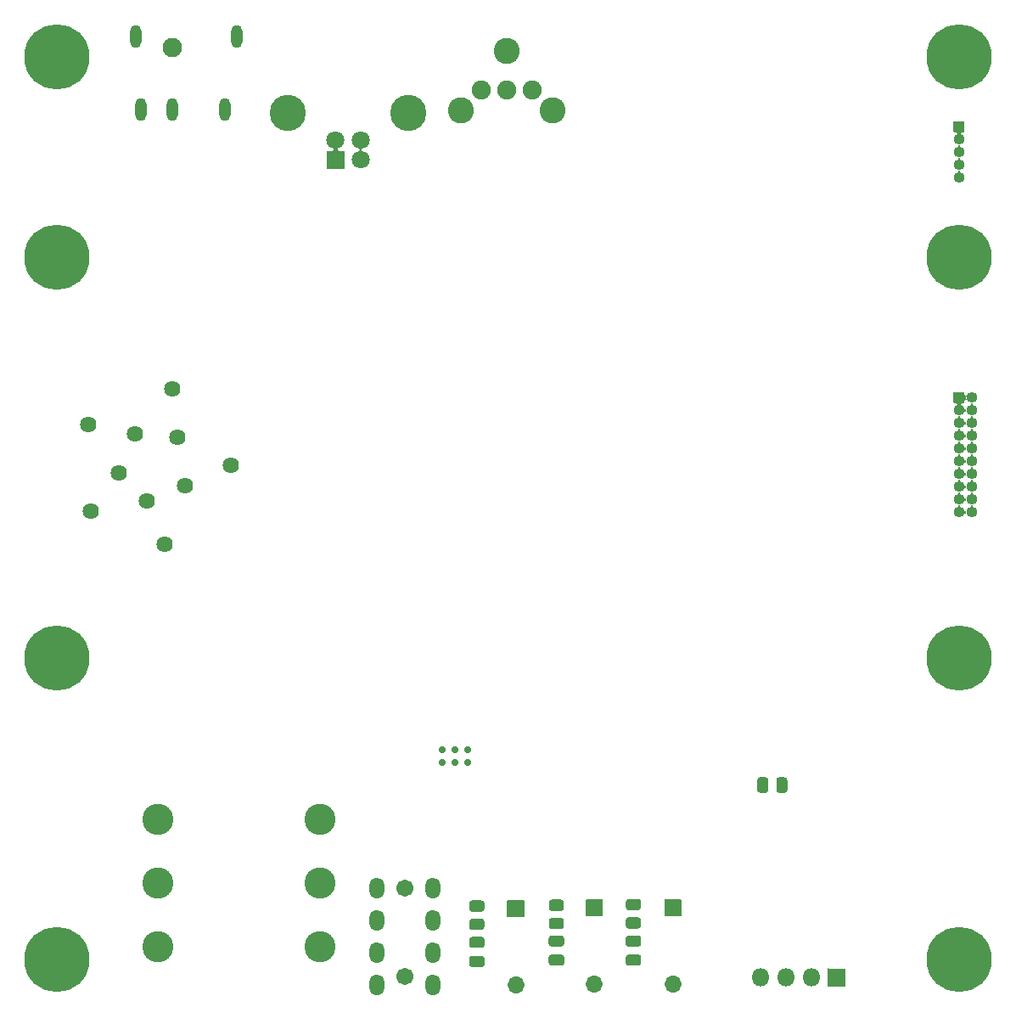
<source format=gbr>
G04 #@! TF.GenerationSoftware,KiCad,Pcbnew,5.1.9*
G04 #@! TF.CreationDate,2021-05-27T16:29:05+08:00*
G04 #@! TF.ProjectId,digital-amplifier2,64696769-7461-46c2-9d61-6d706c696669,rev?*
G04 #@! TF.SameCoordinates,Original*
G04 #@! TF.FileFunction,Soldermask,Bot*
G04 #@! TF.FilePolarity,Negative*
%FSLAX46Y46*%
G04 Gerber Fmt 4.6, Leading zero omitted, Abs format (unit mm)*
G04 Created by KiCad (PCBNEW 5.1.9) date 2021-05-27 16:29:05*
%MOMM*%
%LPD*%
G01*
G04 APERTURE LIST*
%ADD10C,1.626000*%
%ADD11O,1.502000X2.102000*%
%ADD12C,1.702000*%
%ADD13O,1.102000X1.102000*%
%ADD14C,6.502000*%
%ADD15O,1.702000X1.702000*%
%ADD16C,1.902000*%
%ADD17C,2.602000*%
%ADD18O,1.802000X1.802000*%
%ADD19C,3.102000*%
%ADD20C,1.952000*%
%ADD21O,1.102000X2.302000*%
%ADD22C,3.602000*%
%ADD23C,1.802000*%
%ADD24C,0.702000*%
%ADD25C,0.100000*%
G04 APERTURE END LIST*
D10*
X66992500Y-92964000D03*
X72326500Y-95758000D03*
X67754500Y-97790000D03*
X65722500Y-103632000D03*
X63944500Y-99314000D03*
X58356500Y-100330000D03*
X61150500Y-96520000D03*
X58102500Y-91694000D03*
X62801500Y-92583000D03*
X66484500Y-88138000D03*
D11*
X86919500Y-147522000D03*
X86919500Y-144322000D03*
X86919500Y-141122000D03*
X86919500Y-137922000D03*
D12*
X89719500Y-137922000D03*
X89719500Y-146722000D03*
D11*
X92519500Y-144322000D03*
X92519500Y-141122000D03*
X92519500Y-137922000D03*
X92519500Y-147522000D03*
D13*
X145000000Y-67080000D03*
X145000000Y-65810000D03*
X145000000Y-64540000D03*
X145000000Y-63270000D03*
G36*
G01*
X144449000Y-62500000D02*
X144449000Y-61500000D01*
G75*
G02*
X144500000Y-61449000I51000J0D01*
G01*
X145500000Y-61449000D01*
G75*
G02*
X145551000Y-61500000I0J-51000D01*
G01*
X145551000Y-62500000D01*
G75*
G02*
X145500000Y-62551000I-51000J0D01*
G01*
X144500000Y-62551000D01*
G75*
G02*
X144449000Y-62500000I0J51000D01*
G01*
G37*
X146270000Y-100430000D03*
X145000000Y-100430000D03*
X146270000Y-99160000D03*
X145000000Y-99160000D03*
X146270000Y-97890000D03*
X145000000Y-97890000D03*
X146270000Y-96620000D03*
X145000000Y-96620000D03*
X146270000Y-95350000D03*
X145000000Y-95350000D03*
X146270000Y-94080000D03*
X145000000Y-94080000D03*
X146270000Y-92810000D03*
X145000000Y-92810000D03*
X146270000Y-91540000D03*
X145000000Y-91540000D03*
X146270000Y-90270000D03*
X145000000Y-90270000D03*
X146270000Y-89000000D03*
G36*
G01*
X144449000Y-89500000D02*
X144449000Y-88500000D01*
G75*
G02*
X144500000Y-88449000I51000J0D01*
G01*
X145500000Y-88449000D01*
G75*
G02*
X145551000Y-88500000I0J-51000D01*
G01*
X145551000Y-89500000D01*
G75*
G02*
X145500000Y-89551000I-51000J0D01*
G01*
X144500000Y-89551000D01*
G75*
G02*
X144449000Y-89500000I0J51000D01*
G01*
G37*
D14*
X145000000Y-55000000D03*
X145000000Y-145000000D03*
X55000000Y-145000000D03*
X55000000Y-55000000D03*
D15*
X116459000Y-147510500D03*
G36*
G01*
X115659000Y-139039500D02*
X117259000Y-139039500D01*
G75*
G02*
X117310000Y-139090500I0J-51000D01*
G01*
X117310000Y-140690500D01*
G75*
G02*
X117259000Y-140741500I-51000J0D01*
G01*
X115659000Y-140741500D01*
G75*
G02*
X115608000Y-140690500I0J51000D01*
G01*
X115608000Y-139090500D01*
G75*
G02*
X115659000Y-139039500I51000J0D01*
G01*
G37*
X108616750Y-147510500D03*
G36*
G01*
X107816750Y-139039500D02*
X109416750Y-139039500D01*
G75*
G02*
X109467750Y-139090500I0J-51000D01*
G01*
X109467750Y-140690500D01*
G75*
G02*
X109416750Y-140741500I-51000J0D01*
G01*
X107816750Y-140741500D01*
G75*
G02*
X107765750Y-140690500I0J51000D01*
G01*
X107765750Y-139090500D01*
G75*
G02*
X107816750Y-139039500I51000J0D01*
G01*
G37*
X100774500Y-147574000D03*
G36*
G01*
X99974500Y-139103000D02*
X101574500Y-139103000D01*
G75*
G02*
X101625500Y-139154000I0J-51000D01*
G01*
X101625500Y-140754000D01*
G75*
G02*
X101574500Y-140805000I-51000J0D01*
G01*
X99974500Y-140805000D01*
G75*
G02*
X99923500Y-140754000I0J51000D01*
G01*
X99923500Y-139154000D01*
G75*
G02*
X99974500Y-139103000I51000J0D01*
G01*
G37*
D16*
X102425500Y-58341250D03*
X97345500Y-58341250D03*
X99885500Y-58341250D03*
D17*
X99885500Y-54391250D03*
X95285500Y-60391250D03*
X104485500Y-60391250D03*
G36*
G01*
X112045876Y-140811000D02*
X112998124Y-140811000D01*
G75*
G02*
X113273000Y-141085876I0J-274876D01*
G01*
X113273000Y-141663124D01*
G75*
G02*
X112998124Y-141938000I-274876J0D01*
G01*
X112045876Y-141938000D01*
G75*
G02*
X111771000Y-141663124I0J274876D01*
G01*
X111771000Y-141085876D01*
G75*
G02*
X112045876Y-140811000I274876J0D01*
G01*
G37*
G36*
G01*
X112045876Y-138986000D02*
X112998124Y-138986000D01*
G75*
G02*
X113273000Y-139260876I0J-274876D01*
G01*
X113273000Y-139838124D01*
G75*
G02*
X112998124Y-140113000I-274876J0D01*
G01*
X112045876Y-140113000D01*
G75*
G02*
X111771000Y-139838124I0J274876D01*
G01*
X111771000Y-139260876D01*
G75*
G02*
X112045876Y-138986000I274876J0D01*
G01*
G37*
G36*
G01*
X104362376Y-140874500D02*
X105314624Y-140874500D01*
G75*
G02*
X105589500Y-141149376I0J-274876D01*
G01*
X105589500Y-141726624D01*
G75*
G02*
X105314624Y-142001500I-274876J0D01*
G01*
X104362376Y-142001500D01*
G75*
G02*
X104087500Y-141726624I0J274876D01*
G01*
X104087500Y-141149376D01*
G75*
G02*
X104362376Y-140874500I274876J0D01*
G01*
G37*
G36*
G01*
X104362376Y-139049500D02*
X105314624Y-139049500D01*
G75*
G02*
X105589500Y-139324376I0J-274876D01*
G01*
X105589500Y-139901624D01*
G75*
G02*
X105314624Y-140176500I-274876J0D01*
G01*
X104362376Y-140176500D01*
G75*
G02*
X104087500Y-139901624I0J274876D01*
G01*
X104087500Y-139324376D01*
G75*
G02*
X104362376Y-139049500I274876J0D01*
G01*
G37*
G36*
G01*
X96424876Y-140961500D02*
X97377124Y-140961500D01*
G75*
G02*
X97652000Y-141236376I0J-274876D01*
G01*
X97652000Y-141813624D01*
G75*
G02*
X97377124Y-142088500I-274876J0D01*
G01*
X96424876Y-142088500D01*
G75*
G02*
X96150000Y-141813624I0J274876D01*
G01*
X96150000Y-141236376D01*
G75*
G02*
X96424876Y-140961500I274876J0D01*
G01*
G37*
G36*
G01*
X96424876Y-139136500D02*
X97377124Y-139136500D01*
G75*
G02*
X97652000Y-139411376I0J-274876D01*
G01*
X97652000Y-139988624D01*
G75*
G02*
X97377124Y-140263500I-274876J0D01*
G01*
X96424876Y-140263500D01*
G75*
G02*
X96150000Y-139988624I0J274876D01*
G01*
X96150000Y-139411376D01*
G75*
G02*
X96424876Y-139136500I274876J0D01*
G01*
G37*
D18*
X125158500Y-146812000D03*
X127698500Y-146812000D03*
X130238500Y-146812000D03*
G36*
G01*
X131928500Y-145911000D02*
X133628500Y-145911000D01*
G75*
G02*
X133679500Y-145962000I0J-51000D01*
G01*
X133679500Y-147662000D01*
G75*
G02*
X133628500Y-147713000I-51000J0D01*
G01*
X131928500Y-147713000D01*
G75*
G02*
X131877500Y-147662000I0J51000D01*
G01*
X131877500Y-145962000D01*
G75*
G02*
X131928500Y-145911000I51000J0D01*
G01*
G37*
D19*
X65050000Y-131064000D03*
X65050000Y-143764000D03*
X65050000Y-137414000D03*
X81280000Y-131064000D03*
X81280000Y-143764000D03*
X81280000Y-137414000D03*
D20*
X66565000Y-54059000D03*
D21*
X72965000Y-52959000D03*
X71765000Y-60259000D03*
X66565000Y-60259000D03*
X63365000Y-60259000D03*
X62865000Y-52959000D03*
D22*
X90074000Y-60568000D03*
X78034000Y-60568000D03*
D23*
X82804000Y-63278000D03*
X85304000Y-63278000D03*
X85304000Y-65278000D03*
G36*
G01*
X83654000Y-66179000D02*
X81954000Y-66179000D01*
G75*
G02*
X81903000Y-66128000I0J51000D01*
G01*
X81903000Y-64428000D01*
G75*
G02*
X81954000Y-64377000I51000J0D01*
G01*
X83654000Y-64377000D01*
G75*
G02*
X83705000Y-64428000I0J-51000D01*
G01*
X83705000Y-66128000D01*
G75*
G02*
X83654000Y-66179000I-51000J0D01*
G01*
G37*
D14*
X145000000Y-115000000D03*
X55000000Y-75000000D03*
X145000000Y-75000000D03*
X55000000Y-115000000D03*
G36*
G01*
X112021500Y-144544000D02*
X113022500Y-144544000D01*
G75*
G02*
X113298000Y-144819500I0J-275500D01*
G01*
X113298000Y-145370500D01*
G75*
G02*
X113022500Y-145646000I-275500J0D01*
G01*
X112021500Y-145646000D01*
G75*
G02*
X111746000Y-145370500I0J275500D01*
G01*
X111746000Y-144819500D01*
G75*
G02*
X112021500Y-144544000I275500J0D01*
G01*
G37*
G36*
G01*
X112021500Y-142644000D02*
X113022500Y-142644000D01*
G75*
G02*
X113298000Y-142919500I0J-275500D01*
G01*
X113298000Y-143470500D01*
G75*
G02*
X113022500Y-143746000I-275500J0D01*
G01*
X112021500Y-143746000D01*
G75*
G02*
X111746000Y-143470500I0J275500D01*
G01*
X111746000Y-142919500D01*
G75*
G02*
X112021500Y-142644000I275500J0D01*
G01*
G37*
G36*
G01*
X104338000Y-144544000D02*
X105339000Y-144544000D01*
G75*
G02*
X105614500Y-144819500I0J-275500D01*
G01*
X105614500Y-145370500D01*
G75*
G02*
X105339000Y-145646000I-275500J0D01*
G01*
X104338000Y-145646000D01*
G75*
G02*
X104062500Y-145370500I0J275500D01*
G01*
X104062500Y-144819500D01*
G75*
G02*
X104338000Y-144544000I275500J0D01*
G01*
G37*
G36*
G01*
X104338000Y-142644000D02*
X105339000Y-142644000D01*
G75*
G02*
X105614500Y-142919500I0J-275500D01*
G01*
X105614500Y-143470500D01*
G75*
G02*
X105339000Y-143746000I-275500J0D01*
G01*
X104338000Y-143746000D01*
G75*
G02*
X104062500Y-143470500I0J275500D01*
G01*
X104062500Y-142919500D01*
G75*
G02*
X104338000Y-142644000I275500J0D01*
G01*
G37*
G36*
G01*
X96400500Y-144671000D02*
X97401500Y-144671000D01*
G75*
G02*
X97677000Y-144946500I0J-275500D01*
G01*
X97677000Y-145497500D01*
G75*
G02*
X97401500Y-145773000I-275500J0D01*
G01*
X96400500Y-145773000D01*
G75*
G02*
X96125000Y-145497500I0J275500D01*
G01*
X96125000Y-144946500D01*
G75*
G02*
X96400500Y-144671000I275500J0D01*
G01*
G37*
G36*
G01*
X96400500Y-142771000D02*
X97401500Y-142771000D01*
G75*
G02*
X97677000Y-143046500I0J-275500D01*
G01*
X97677000Y-143597500D01*
G75*
G02*
X97401500Y-143873000I-275500J0D01*
G01*
X96400500Y-143873000D01*
G75*
G02*
X96125000Y-143597500I0J275500D01*
G01*
X96125000Y-143046500D01*
G75*
G02*
X96400500Y-142771000I275500J0D01*
G01*
G37*
D24*
X93472000Y-125349000D03*
X93472000Y-124079000D03*
X94742000Y-125349000D03*
X94742000Y-124079000D03*
X96012000Y-125349000D03*
X96012000Y-124079000D03*
G36*
G01*
X125966000Y-127134500D02*
X125966000Y-128135500D01*
G75*
G02*
X125690500Y-128411000I-275500J0D01*
G01*
X125139500Y-128411000D01*
G75*
G02*
X124864000Y-128135500I0J275500D01*
G01*
X124864000Y-127134500D01*
G75*
G02*
X125139500Y-126859000I275500J0D01*
G01*
X125690500Y-126859000D01*
G75*
G02*
X125966000Y-127134500I0J-275500D01*
G01*
G37*
G36*
G01*
X127866000Y-127134500D02*
X127866000Y-128135500D01*
G75*
G02*
X127590500Y-128411000I-275500J0D01*
G01*
X127039500Y-128411000D01*
G75*
G02*
X126764000Y-128135500I0J275500D01*
G01*
X126764000Y-127134500D01*
G75*
G02*
X127039500Y-126859000I275500J0D01*
G01*
X127590500Y-126859000D01*
G75*
G02*
X127866000Y-127134500I0J-275500D01*
G01*
G37*
D25*
G36*
X145749287Y-100257256D02*
G01*
X145749437Y-100259077D01*
X145744650Y-100270635D01*
X145723653Y-100376192D01*
X145723653Y-100483808D01*
X145744650Y-100589365D01*
X145749437Y-100600923D01*
X145749176Y-100602906D01*
X145747328Y-100603671D01*
X145745825Y-100602631D01*
X145737262Y-100586609D01*
X145721967Y-100567972D01*
X145703330Y-100552677D01*
X145682066Y-100541312D01*
X145658991Y-100534312D01*
X145635000Y-100531949D01*
X145611009Y-100534312D01*
X145587934Y-100541312D01*
X145566670Y-100552677D01*
X145548033Y-100567972D01*
X145532738Y-100586609D01*
X145524175Y-100602631D01*
X145522476Y-100603687D01*
X145520713Y-100602744D01*
X145520563Y-100600923D01*
X145525350Y-100589365D01*
X145546347Y-100483808D01*
X145546347Y-100376192D01*
X145525350Y-100270635D01*
X145520563Y-100259077D01*
X145520824Y-100257094D01*
X145522672Y-100256329D01*
X145524175Y-100257369D01*
X145532738Y-100273391D01*
X145548033Y-100292028D01*
X145566670Y-100307323D01*
X145587934Y-100318688D01*
X145611009Y-100325688D01*
X145635000Y-100328051D01*
X145658991Y-100325688D01*
X145682066Y-100318688D01*
X145703330Y-100307323D01*
X145721967Y-100292028D01*
X145737262Y-100273391D01*
X145745825Y-100257369D01*
X145747524Y-100256313D01*
X145749287Y-100257256D01*
G37*
G36*
X146442906Y-99680824D02*
G01*
X146443671Y-99682672D01*
X146442631Y-99684175D01*
X146426609Y-99692738D01*
X146407972Y-99708033D01*
X146392677Y-99726670D01*
X146381312Y-99747934D01*
X146374312Y-99771009D01*
X146371949Y-99795000D01*
X146374312Y-99818991D01*
X146381312Y-99842066D01*
X146392677Y-99863330D01*
X146407972Y-99881967D01*
X146426609Y-99897262D01*
X146442631Y-99905825D01*
X146443687Y-99907524D01*
X146442744Y-99909287D01*
X146440923Y-99909437D01*
X146429365Y-99904650D01*
X146323808Y-99883653D01*
X146216192Y-99883653D01*
X146110635Y-99904650D01*
X146099077Y-99909437D01*
X146097094Y-99909176D01*
X146096329Y-99907328D01*
X146097369Y-99905825D01*
X146113391Y-99897262D01*
X146132028Y-99881967D01*
X146147323Y-99863330D01*
X146158688Y-99842066D01*
X146165688Y-99818991D01*
X146168051Y-99795000D01*
X146165688Y-99771009D01*
X146158688Y-99747934D01*
X146147323Y-99726670D01*
X146132028Y-99708033D01*
X146113391Y-99692738D01*
X146097369Y-99684175D01*
X146096313Y-99682476D01*
X146097256Y-99680713D01*
X146099077Y-99680563D01*
X146110635Y-99685350D01*
X146216192Y-99706347D01*
X146323808Y-99706347D01*
X146429365Y-99685350D01*
X146440923Y-99680563D01*
X146442906Y-99680824D01*
G37*
G36*
X145172906Y-99680824D02*
G01*
X145173671Y-99682672D01*
X145172631Y-99684175D01*
X145156609Y-99692738D01*
X145137972Y-99708033D01*
X145122677Y-99726670D01*
X145111312Y-99747934D01*
X145104312Y-99771009D01*
X145101949Y-99795000D01*
X145104312Y-99818991D01*
X145111312Y-99842066D01*
X145122677Y-99863330D01*
X145137972Y-99881967D01*
X145156609Y-99897262D01*
X145172631Y-99905825D01*
X145173687Y-99907524D01*
X145172744Y-99909287D01*
X145170923Y-99909437D01*
X145159365Y-99904650D01*
X145053808Y-99883653D01*
X144946192Y-99883653D01*
X144840635Y-99904650D01*
X144829077Y-99909437D01*
X144827094Y-99909176D01*
X144826329Y-99907328D01*
X144827369Y-99905825D01*
X144843391Y-99897262D01*
X144862028Y-99881967D01*
X144877323Y-99863330D01*
X144888688Y-99842066D01*
X144895688Y-99818991D01*
X144898051Y-99795000D01*
X144895688Y-99771009D01*
X144888688Y-99747934D01*
X144877323Y-99726670D01*
X144862028Y-99708033D01*
X144843391Y-99692738D01*
X144827369Y-99684175D01*
X144826313Y-99682476D01*
X144827256Y-99680713D01*
X144829077Y-99680563D01*
X144840635Y-99685350D01*
X144946192Y-99706347D01*
X145053808Y-99706347D01*
X145159365Y-99685350D01*
X145170923Y-99680563D01*
X145172906Y-99680824D01*
G37*
G36*
X145749287Y-98987256D02*
G01*
X145749437Y-98989077D01*
X145744650Y-99000635D01*
X145723653Y-99106192D01*
X145723653Y-99213808D01*
X145744650Y-99319365D01*
X145749437Y-99330923D01*
X145749176Y-99332906D01*
X145747328Y-99333671D01*
X145745825Y-99332631D01*
X145737262Y-99316609D01*
X145721967Y-99297972D01*
X145703330Y-99282677D01*
X145682066Y-99271312D01*
X145658991Y-99264312D01*
X145635000Y-99261949D01*
X145611009Y-99264312D01*
X145587934Y-99271312D01*
X145566670Y-99282677D01*
X145548033Y-99297972D01*
X145532738Y-99316609D01*
X145524175Y-99332631D01*
X145522476Y-99333687D01*
X145520713Y-99332744D01*
X145520563Y-99330923D01*
X145525350Y-99319365D01*
X145546347Y-99213808D01*
X145546347Y-99106192D01*
X145525350Y-99000635D01*
X145520563Y-98989077D01*
X145520824Y-98987094D01*
X145522672Y-98986329D01*
X145524175Y-98987369D01*
X145532738Y-99003391D01*
X145548033Y-99022028D01*
X145566670Y-99037323D01*
X145587934Y-99048688D01*
X145611009Y-99055688D01*
X145635000Y-99058051D01*
X145658991Y-99055688D01*
X145682066Y-99048688D01*
X145703330Y-99037323D01*
X145721967Y-99022028D01*
X145737262Y-99003391D01*
X145745825Y-98987369D01*
X145747524Y-98986313D01*
X145749287Y-98987256D01*
G37*
G36*
X146442906Y-98410824D02*
G01*
X146443671Y-98412672D01*
X146442631Y-98414175D01*
X146426609Y-98422738D01*
X146407972Y-98438033D01*
X146392677Y-98456670D01*
X146381312Y-98477934D01*
X146374312Y-98501009D01*
X146371949Y-98525000D01*
X146374312Y-98548991D01*
X146381312Y-98572066D01*
X146392677Y-98593330D01*
X146407972Y-98611967D01*
X146426609Y-98627262D01*
X146442631Y-98635825D01*
X146443687Y-98637524D01*
X146442744Y-98639287D01*
X146440923Y-98639437D01*
X146429365Y-98634650D01*
X146323808Y-98613653D01*
X146216192Y-98613653D01*
X146110635Y-98634650D01*
X146099077Y-98639437D01*
X146097094Y-98639176D01*
X146096329Y-98637328D01*
X146097369Y-98635825D01*
X146113391Y-98627262D01*
X146132028Y-98611967D01*
X146147323Y-98593330D01*
X146158688Y-98572066D01*
X146165688Y-98548991D01*
X146168051Y-98525000D01*
X146165688Y-98501009D01*
X146158688Y-98477934D01*
X146147323Y-98456670D01*
X146132028Y-98438033D01*
X146113391Y-98422738D01*
X146097369Y-98414175D01*
X146096313Y-98412476D01*
X146097256Y-98410713D01*
X146099077Y-98410563D01*
X146110635Y-98415350D01*
X146216192Y-98436347D01*
X146323808Y-98436347D01*
X146429365Y-98415350D01*
X146440923Y-98410563D01*
X146442906Y-98410824D01*
G37*
G36*
X145172906Y-98410824D02*
G01*
X145173671Y-98412672D01*
X145172631Y-98414175D01*
X145156609Y-98422738D01*
X145137972Y-98438033D01*
X145122677Y-98456670D01*
X145111312Y-98477934D01*
X145104312Y-98501009D01*
X145101949Y-98525000D01*
X145104312Y-98548991D01*
X145111312Y-98572066D01*
X145122677Y-98593330D01*
X145137972Y-98611967D01*
X145156609Y-98627262D01*
X145172631Y-98635825D01*
X145173687Y-98637524D01*
X145172744Y-98639287D01*
X145170923Y-98639437D01*
X145159365Y-98634650D01*
X145053808Y-98613653D01*
X144946192Y-98613653D01*
X144840635Y-98634650D01*
X144829077Y-98639437D01*
X144827094Y-98639176D01*
X144826329Y-98637328D01*
X144827369Y-98635825D01*
X144843391Y-98627262D01*
X144862028Y-98611967D01*
X144877323Y-98593330D01*
X144888688Y-98572066D01*
X144895688Y-98548991D01*
X144898051Y-98525000D01*
X144895688Y-98501009D01*
X144888688Y-98477934D01*
X144877323Y-98456670D01*
X144862028Y-98438033D01*
X144843391Y-98422738D01*
X144827369Y-98414175D01*
X144826313Y-98412476D01*
X144827256Y-98410713D01*
X144829077Y-98410563D01*
X144840635Y-98415350D01*
X144946192Y-98436347D01*
X145053808Y-98436347D01*
X145159365Y-98415350D01*
X145170923Y-98410563D01*
X145172906Y-98410824D01*
G37*
G36*
X145749287Y-97717256D02*
G01*
X145749437Y-97719077D01*
X145744650Y-97730635D01*
X145723653Y-97836192D01*
X145723653Y-97943808D01*
X145744650Y-98049365D01*
X145749437Y-98060923D01*
X145749176Y-98062906D01*
X145747328Y-98063671D01*
X145745825Y-98062631D01*
X145737262Y-98046609D01*
X145721967Y-98027972D01*
X145703330Y-98012677D01*
X145682066Y-98001312D01*
X145658991Y-97994312D01*
X145635000Y-97991949D01*
X145611009Y-97994312D01*
X145587934Y-98001312D01*
X145566670Y-98012677D01*
X145548033Y-98027972D01*
X145532738Y-98046609D01*
X145524175Y-98062631D01*
X145522476Y-98063687D01*
X145520713Y-98062744D01*
X145520563Y-98060923D01*
X145525350Y-98049365D01*
X145546347Y-97943808D01*
X145546347Y-97836192D01*
X145525350Y-97730635D01*
X145520563Y-97719077D01*
X145520824Y-97717094D01*
X145522672Y-97716329D01*
X145524175Y-97717369D01*
X145532738Y-97733391D01*
X145548033Y-97752028D01*
X145566670Y-97767323D01*
X145587934Y-97778688D01*
X145611009Y-97785688D01*
X145635000Y-97788051D01*
X145658991Y-97785688D01*
X145682066Y-97778688D01*
X145703330Y-97767323D01*
X145721967Y-97752028D01*
X145737262Y-97733391D01*
X145745825Y-97717369D01*
X145747524Y-97716313D01*
X145749287Y-97717256D01*
G37*
G36*
X146442906Y-97140824D02*
G01*
X146443671Y-97142672D01*
X146442631Y-97144175D01*
X146426609Y-97152738D01*
X146407972Y-97168033D01*
X146392677Y-97186670D01*
X146381312Y-97207934D01*
X146374312Y-97231009D01*
X146371949Y-97255000D01*
X146374312Y-97278991D01*
X146381312Y-97302066D01*
X146392677Y-97323330D01*
X146407972Y-97341967D01*
X146426609Y-97357262D01*
X146442631Y-97365825D01*
X146443687Y-97367524D01*
X146442744Y-97369287D01*
X146440923Y-97369437D01*
X146429365Y-97364650D01*
X146323808Y-97343653D01*
X146216192Y-97343653D01*
X146110635Y-97364650D01*
X146099077Y-97369437D01*
X146097094Y-97369176D01*
X146096329Y-97367328D01*
X146097369Y-97365825D01*
X146113391Y-97357262D01*
X146132028Y-97341967D01*
X146147323Y-97323330D01*
X146158688Y-97302066D01*
X146165688Y-97278991D01*
X146168051Y-97255000D01*
X146165688Y-97231009D01*
X146158688Y-97207934D01*
X146147323Y-97186670D01*
X146132028Y-97168033D01*
X146113391Y-97152738D01*
X146097369Y-97144175D01*
X146096313Y-97142476D01*
X146097256Y-97140713D01*
X146099077Y-97140563D01*
X146110635Y-97145350D01*
X146216192Y-97166347D01*
X146323808Y-97166347D01*
X146429365Y-97145350D01*
X146440923Y-97140563D01*
X146442906Y-97140824D01*
G37*
G36*
X145172906Y-97140824D02*
G01*
X145173671Y-97142672D01*
X145172631Y-97144175D01*
X145156609Y-97152738D01*
X145137972Y-97168033D01*
X145122677Y-97186670D01*
X145111312Y-97207934D01*
X145104312Y-97231009D01*
X145101949Y-97255000D01*
X145104312Y-97278991D01*
X145111312Y-97302066D01*
X145122677Y-97323330D01*
X145137972Y-97341967D01*
X145156609Y-97357262D01*
X145172631Y-97365825D01*
X145173687Y-97367524D01*
X145172744Y-97369287D01*
X145170923Y-97369437D01*
X145159365Y-97364650D01*
X145053808Y-97343653D01*
X144946192Y-97343653D01*
X144840635Y-97364650D01*
X144829077Y-97369437D01*
X144827094Y-97369176D01*
X144826329Y-97367328D01*
X144827369Y-97365825D01*
X144843391Y-97357262D01*
X144862028Y-97341967D01*
X144877323Y-97323330D01*
X144888688Y-97302066D01*
X144895688Y-97278991D01*
X144898051Y-97255000D01*
X144895688Y-97231009D01*
X144888688Y-97207934D01*
X144877323Y-97186670D01*
X144862028Y-97168033D01*
X144843391Y-97152738D01*
X144827369Y-97144175D01*
X144826313Y-97142476D01*
X144827256Y-97140713D01*
X144829077Y-97140563D01*
X144840635Y-97145350D01*
X144946192Y-97166347D01*
X145053808Y-97166347D01*
X145159365Y-97145350D01*
X145170923Y-97140563D01*
X145172906Y-97140824D01*
G37*
G36*
X145749287Y-96447256D02*
G01*
X145749437Y-96449077D01*
X145744650Y-96460635D01*
X145723653Y-96566192D01*
X145723653Y-96673808D01*
X145744650Y-96779365D01*
X145749437Y-96790923D01*
X145749176Y-96792906D01*
X145747328Y-96793671D01*
X145745825Y-96792631D01*
X145737262Y-96776609D01*
X145721967Y-96757972D01*
X145703330Y-96742677D01*
X145682066Y-96731312D01*
X145658991Y-96724312D01*
X145635000Y-96721949D01*
X145611009Y-96724312D01*
X145587934Y-96731312D01*
X145566670Y-96742677D01*
X145548033Y-96757972D01*
X145532738Y-96776609D01*
X145524175Y-96792631D01*
X145522476Y-96793687D01*
X145520713Y-96792744D01*
X145520563Y-96790923D01*
X145525350Y-96779365D01*
X145546347Y-96673808D01*
X145546347Y-96566192D01*
X145525350Y-96460635D01*
X145520563Y-96449077D01*
X145520824Y-96447094D01*
X145522672Y-96446329D01*
X145524175Y-96447369D01*
X145532738Y-96463391D01*
X145548033Y-96482028D01*
X145566670Y-96497323D01*
X145587934Y-96508688D01*
X145611009Y-96515688D01*
X145635000Y-96518051D01*
X145658991Y-96515688D01*
X145682066Y-96508688D01*
X145703330Y-96497323D01*
X145721967Y-96482028D01*
X145737262Y-96463391D01*
X145745825Y-96447369D01*
X145747524Y-96446313D01*
X145749287Y-96447256D01*
G37*
G36*
X146442906Y-95870824D02*
G01*
X146443671Y-95872672D01*
X146442631Y-95874175D01*
X146426609Y-95882738D01*
X146407972Y-95898033D01*
X146392677Y-95916670D01*
X146381312Y-95937934D01*
X146374312Y-95961009D01*
X146371949Y-95985000D01*
X146374312Y-96008991D01*
X146381312Y-96032066D01*
X146392677Y-96053330D01*
X146407972Y-96071967D01*
X146426609Y-96087262D01*
X146442631Y-96095825D01*
X146443687Y-96097524D01*
X146442744Y-96099287D01*
X146440923Y-96099437D01*
X146429365Y-96094650D01*
X146323808Y-96073653D01*
X146216192Y-96073653D01*
X146110635Y-96094650D01*
X146099077Y-96099437D01*
X146097094Y-96099176D01*
X146096329Y-96097328D01*
X146097369Y-96095825D01*
X146113391Y-96087262D01*
X146132028Y-96071967D01*
X146147323Y-96053330D01*
X146158688Y-96032066D01*
X146165688Y-96008991D01*
X146168051Y-95985000D01*
X146165688Y-95961009D01*
X146158688Y-95937934D01*
X146147323Y-95916670D01*
X146132028Y-95898033D01*
X146113391Y-95882738D01*
X146097369Y-95874175D01*
X146096313Y-95872476D01*
X146097256Y-95870713D01*
X146099077Y-95870563D01*
X146110635Y-95875350D01*
X146216192Y-95896347D01*
X146323808Y-95896347D01*
X146429365Y-95875350D01*
X146440923Y-95870563D01*
X146442906Y-95870824D01*
G37*
G36*
X145172906Y-95870824D02*
G01*
X145173671Y-95872672D01*
X145172631Y-95874175D01*
X145156609Y-95882738D01*
X145137972Y-95898033D01*
X145122677Y-95916670D01*
X145111312Y-95937934D01*
X145104312Y-95961009D01*
X145101949Y-95985000D01*
X145104312Y-96008991D01*
X145111312Y-96032066D01*
X145122677Y-96053330D01*
X145137972Y-96071967D01*
X145156609Y-96087262D01*
X145172631Y-96095825D01*
X145173687Y-96097524D01*
X145172744Y-96099287D01*
X145170923Y-96099437D01*
X145159365Y-96094650D01*
X145053808Y-96073653D01*
X144946192Y-96073653D01*
X144840635Y-96094650D01*
X144829077Y-96099437D01*
X144827094Y-96099176D01*
X144826329Y-96097328D01*
X144827369Y-96095825D01*
X144843391Y-96087262D01*
X144862028Y-96071967D01*
X144877323Y-96053330D01*
X144888688Y-96032066D01*
X144895688Y-96008991D01*
X144898051Y-95985000D01*
X144895688Y-95961009D01*
X144888688Y-95937934D01*
X144877323Y-95916670D01*
X144862028Y-95898033D01*
X144843391Y-95882738D01*
X144827369Y-95874175D01*
X144826313Y-95872476D01*
X144827256Y-95870713D01*
X144829077Y-95870563D01*
X144840635Y-95875350D01*
X144946192Y-95896347D01*
X145053808Y-95896347D01*
X145159365Y-95875350D01*
X145170923Y-95870563D01*
X145172906Y-95870824D01*
G37*
G36*
X145749287Y-95177256D02*
G01*
X145749437Y-95179077D01*
X145744650Y-95190635D01*
X145723653Y-95296192D01*
X145723653Y-95403808D01*
X145744650Y-95509365D01*
X145749437Y-95520923D01*
X145749176Y-95522906D01*
X145747328Y-95523671D01*
X145745825Y-95522631D01*
X145737262Y-95506609D01*
X145721967Y-95487972D01*
X145703330Y-95472677D01*
X145682066Y-95461312D01*
X145658991Y-95454312D01*
X145635000Y-95451949D01*
X145611009Y-95454312D01*
X145587934Y-95461312D01*
X145566670Y-95472677D01*
X145548033Y-95487972D01*
X145532738Y-95506609D01*
X145524175Y-95522631D01*
X145522476Y-95523687D01*
X145520713Y-95522744D01*
X145520563Y-95520923D01*
X145525350Y-95509365D01*
X145546347Y-95403808D01*
X145546347Y-95296192D01*
X145525350Y-95190635D01*
X145520563Y-95179077D01*
X145520824Y-95177094D01*
X145522672Y-95176329D01*
X145524175Y-95177369D01*
X145532738Y-95193391D01*
X145548033Y-95212028D01*
X145566670Y-95227323D01*
X145587934Y-95238688D01*
X145611009Y-95245688D01*
X145635000Y-95248051D01*
X145658991Y-95245688D01*
X145682066Y-95238688D01*
X145703330Y-95227323D01*
X145721967Y-95212028D01*
X145737262Y-95193391D01*
X145745825Y-95177369D01*
X145747524Y-95176313D01*
X145749287Y-95177256D01*
G37*
G36*
X146442906Y-94600824D02*
G01*
X146443671Y-94602672D01*
X146442631Y-94604175D01*
X146426609Y-94612738D01*
X146407972Y-94628033D01*
X146392677Y-94646670D01*
X146381312Y-94667934D01*
X146374312Y-94691009D01*
X146371949Y-94715000D01*
X146374312Y-94738991D01*
X146381312Y-94762066D01*
X146392677Y-94783330D01*
X146407972Y-94801967D01*
X146426609Y-94817262D01*
X146442631Y-94825825D01*
X146443687Y-94827524D01*
X146442744Y-94829287D01*
X146440923Y-94829437D01*
X146429365Y-94824650D01*
X146323808Y-94803653D01*
X146216192Y-94803653D01*
X146110635Y-94824650D01*
X146099077Y-94829437D01*
X146097094Y-94829176D01*
X146096329Y-94827328D01*
X146097369Y-94825825D01*
X146113391Y-94817262D01*
X146132028Y-94801967D01*
X146147323Y-94783330D01*
X146158688Y-94762066D01*
X146165688Y-94738991D01*
X146168051Y-94715000D01*
X146165688Y-94691009D01*
X146158688Y-94667934D01*
X146147323Y-94646670D01*
X146132028Y-94628033D01*
X146113391Y-94612738D01*
X146097369Y-94604175D01*
X146096313Y-94602476D01*
X146097256Y-94600713D01*
X146099077Y-94600563D01*
X146110635Y-94605350D01*
X146216192Y-94626347D01*
X146323808Y-94626347D01*
X146429365Y-94605350D01*
X146440923Y-94600563D01*
X146442906Y-94600824D01*
G37*
G36*
X145172906Y-94600824D02*
G01*
X145173671Y-94602672D01*
X145172631Y-94604175D01*
X145156609Y-94612738D01*
X145137972Y-94628033D01*
X145122677Y-94646670D01*
X145111312Y-94667934D01*
X145104312Y-94691009D01*
X145101949Y-94715000D01*
X145104312Y-94738991D01*
X145111312Y-94762066D01*
X145122677Y-94783330D01*
X145137972Y-94801967D01*
X145156609Y-94817262D01*
X145172631Y-94825825D01*
X145173687Y-94827524D01*
X145172744Y-94829287D01*
X145170923Y-94829437D01*
X145159365Y-94824650D01*
X145053808Y-94803653D01*
X144946192Y-94803653D01*
X144840635Y-94824650D01*
X144829077Y-94829437D01*
X144827094Y-94829176D01*
X144826329Y-94827328D01*
X144827369Y-94825825D01*
X144843391Y-94817262D01*
X144862028Y-94801967D01*
X144877323Y-94783330D01*
X144888688Y-94762066D01*
X144895688Y-94738991D01*
X144898051Y-94715000D01*
X144895688Y-94691009D01*
X144888688Y-94667934D01*
X144877323Y-94646670D01*
X144862028Y-94628033D01*
X144843391Y-94612738D01*
X144827369Y-94604175D01*
X144826313Y-94602476D01*
X144827256Y-94600713D01*
X144829077Y-94600563D01*
X144840635Y-94605350D01*
X144946192Y-94626347D01*
X145053808Y-94626347D01*
X145159365Y-94605350D01*
X145170923Y-94600563D01*
X145172906Y-94600824D01*
G37*
G36*
X145749287Y-93907256D02*
G01*
X145749437Y-93909077D01*
X145744650Y-93920635D01*
X145723653Y-94026192D01*
X145723653Y-94133808D01*
X145744650Y-94239365D01*
X145749437Y-94250923D01*
X145749176Y-94252906D01*
X145747328Y-94253671D01*
X145745825Y-94252631D01*
X145737262Y-94236609D01*
X145721967Y-94217972D01*
X145703330Y-94202677D01*
X145682066Y-94191312D01*
X145658991Y-94184312D01*
X145635000Y-94181949D01*
X145611009Y-94184312D01*
X145587934Y-94191312D01*
X145566670Y-94202677D01*
X145548033Y-94217972D01*
X145532738Y-94236609D01*
X145524175Y-94252631D01*
X145522476Y-94253687D01*
X145520713Y-94252744D01*
X145520563Y-94250923D01*
X145525350Y-94239365D01*
X145546347Y-94133808D01*
X145546347Y-94026192D01*
X145525350Y-93920635D01*
X145520563Y-93909077D01*
X145520824Y-93907094D01*
X145522672Y-93906329D01*
X145524175Y-93907369D01*
X145532738Y-93923391D01*
X145548033Y-93942028D01*
X145566670Y-93957323D01*
X145587934Y-93968688D01*
X145611009Y-93975688D01*
X145635000Y-93978051D01*
X145658991Y-93975688D01*
X145682066Y-93968688D01*
X145703330Y-93957323D01*
X145721967Y-93942028D01*
X145737262Y-93923391D01*
X145745825Y-93907369D01*
X145747524Y-93906313D01*
X145749287Y-93907256D01*
G37*
G36*
X145172906Y-93330824D02*
G01*
X145173671Y-93332672D01*
X145172631Y-93334175D01*
X145156609Y-93342738D01*
X145137972Y-93358033D01*
X145122677Y-93376670D01*
X145111312Y-93397934D01*
X145104312Y-93421009D01*
X145101949Y-93445000D01*
X145104312Y-93468991D01*
X145111312Y-93492066D01*
X145122677Y-93513330D01*
X145137972Y-93531967D01*
X145156609Y-93547262D01*
X145172631Y-93555825D01*
X145173687Y-93557524D01*
X145172744Y-93559287D01*
X145170923Y-93559437D01*
X145159365Y-93554650D01*
X145053808Y-93533653D01*
X144946192Y-93533653D01*
X144840635Y-93554650D01*
X144829077Y-93559437D01*
X144827094Y-93559176D01*
X144826329Y-93557328D01*
X144827369Y-93555825D01*
X144843391Y-93547262D01*
X144862028Y-93531967D01*
X144877323Y-93513330D01*
X144888688Y-93492066D01*
X144895688Y-93468991D01*
X144898051Y-93445000D01*
X144895688Y-93421009D01*
X144888688Y-93397934D01*
X144877323Y-93376670D01*
X144862028Y-93358033D01*
X144843391Y-93342738D01*
X144827369Y-93334175D01*
X144826313Y-93332476D01*
X144827256Y-93330713D01*
X144829077Y-93330563D01*
X144840635Y-93335350D01*
X144946192Y-93356347D01*
X145053808Y-93356347D01*
X145159365Y-93335350D01*
X145170923Y-93330563D01*
X145172906Y-93330824D01*
G37*
G36*
X146442906Y-93330824D02*
G01*
X146443671Y-93332672D01*
X146442631Y-93334175D01*
X146426609Y-93342738D01*
X146407972Y-93358033D01*
X146392677Y-93376670D01*
X146381312Y-93397934D01*
X146374312Y-93421009D01*
X146371949Y-93445000D01*
X146374312Y-93468991D01*
X146381312Y-93492066D01*
X146392677Y-93513330D01*
X146407972Y-93531967D01*
X146426609Y-93547262D01*
X146442631Y-93555825D01*
X146443687Y-93557524D01*
X146442744Y-93559287D01*
X146440923Y-93559437D01*
X146429365Y-93554650D01*
X146323808Y-93533653D01*
X146216192Y-93533653D01*
X146110635Y-93554650D01*
X146099077Y-93559437D01*
X146097094Y-93559176D01*
X146096329Y-93557328D01*
X146097369Y-93555825D01*
X146113391Y-93547262D01*
X146132028Y-93531967D01*
X146147323Y-93513330D01*
X146158688Y-93492066D01*
X146165688Y-93468991D01*
X146168051Y-93445000D01*
X146165688Y-93421009D01*
X146158688Y-93397934D01*
X146147323Y-93376670D01*
X146132028Y-93358033D01*
X146113391Y-93342738D01*
X146097369Y-93334175D01*
X146096313Y-93332476D01*
X146097256Y-93330713D01*
X146099077Y-93330563D01*
X146110635Y-93335350D01*
X146216192Y-93356347D01*
X146323808Y-93356347D01*
X146429365Y-93335350D01*
X146440923Y-93330563D01*
X146442906Y-93330824D01*
G37*
G36*
X145749287Y-92637256D02*
G01*
X145749437Y-92639077D01*
X145744650Y-92650635D01*
X145723653Y-92756192D01*
X145723653Y-92863808D01*
X145744650Y-92969365D01*
X145749437Y-92980923D01*
X145749176Y-92982906D01*
X145747328Y-92983671D01*
X145745825Y-92982631D01*
X145737262Y-92966609D01*
X145721967Y-92947972D01*
X145703330Y-92932677D01*
X145682066Y-92921312D01*
X145658991Y-92914312D01*
X145635000Y-92911949D01*
X145611009Y-92914312D01*
X145587934Y-92921312D01*
X145566670Y-92932677D01*
X145548033Y-92947972D01*
X145532738Y-92966609D01*
X145524175Y-92982631D01*
X145522476Y-92983687D01*
X145520713Y-92982744D01*
X145520563Y-92980923D01*
X145525350Y-92969365D01*
X145546347Y-92863808D01*
X145546347Y-92756192D01*
X145525350Y-92650635D01*
X145520563Y-92639077D01*
X145520824Y-92637094D01*
X145522672Y-92636329D01*
X145524175Y-92637369D01*
X145532738Y-92653391D01*
X145548033Y-92672028D01*
X145566670Y-92687323D01*
X145587934Y-92698688D01*
X145611009Y-92705688D01*
X145635000Y-92708051D01*
X145658991Y-92705688D01*
X145682066Y-92698688D01*
X145703330Y-92687323D01*
X145721967Y-92672028D01*
X145737262Y-92653391D01*
X145745825Y-92637369D01*
X145747524Y-92636313D01*
X145749287Y-92637256D01*
G37*
G36*
X146442906Y-92060824D02*
G01*
X146443671Y-92062672D01*
X146442631Y-92064175D01*
X146426609Y-92072738D01*
X146407972Y-92088033D01*
X146392677Y-92106670D01*
X146381312Y-92127934D01*
X146374312Y-92151009D01*
X146371949Y-92175000D01*
X146374312Y-92198991D01*
X146381312Y-92222066D01*
X146392677Y-92243330D01*
X146407972Y-92261967D01*
X146426609Y-92277262D01*
X146442631Y-92285825D01*
X146443687Y-92287524D01*
X146442744Y-92289287D01*
X146440923Y-92289437D01*
X146429365Y-92284650D01*
X146323808Y-92263653D01*
X146216192Y-92263653D01*
X146110635Y-92284650D01*
X146099077Y-92289437D01*
X146097094Y-92289176D01*
X146096329Y-92287328D01*
X146097369Y-92285825D01*
X146113391Y-92277262D01*
X146132028Y-92261967D01*
X146147323Y-92243330D01*
X146158688Y-92222066D01*
X146165688Y-92198991D01*
X146168051Y-92175000D01*
X146165688Y-92151009D01*
X146158688Y-92127934D01*
X146147323Y-92106670D01*
X146132028Y-92088033D01*
X146113391Y-92072738D01*
X146097369Y-92064175D01*
X146096313Y-92062476D01*
X146097256Y-92060713D01*
X146099077Y-92060563D01*
X146110635Y-92065350D01*
X146216192Y-92086347D01*
X146323808Y-92086347D01*
X146429365Y-92065350D01*
X146440923Y-92060563D01*
X146442906Y-92060824D01*
G37*
G36*
X145172906Y-92060824D02*
G01*
X145173671Y-92062672D01*
X145172631Y-92064175D01*
X145156609Y-92072738D01*
X145137972Y-92088033D01*
X145122677Y-92106670D01*
X145111312Y-92127934D01*
X145104312Y-92151009D01*
X145101949Y-92175000D01*
X145104312Y-92198991D01*
X145111312Y-92222066D01*
X145122677Y-92243330D01*
X145137972Y-92261967D01*
X145156609Y-92277262D01*
X145172631Y-92285825D01*
X145173687Y-92287524D01*
X145172744Y-92289287D01*
X145170923Y-92289437D01*
X145159365Y-92284650D01*
X145053808Y-92263653D01*
X144946192Y-92263653D01*
X144840635Y-92284650D01*
X144829077Y-92289437D01*
X144827094Y-92289176D01*
X144826329Y-92287328D01*
X144827369Y-92285825D01*
X144843391Y-92277262D01*
X144862028Y-92261967D01*
X144877323Y-92243330D01*
X144888688Y-92222066D01*
X144895688Y-92198991D01*
X144898051Y-92175000D01*
X144895688Y-92151009D01*
X144888688Y-92127934D01*
X144877323Y-92106670D01*
X144862028Y-92088033D01*
X144843391Y-92072738D01*
X144827369Y-92064175D01*
X144826313Y-92062476D01*
X144827256Y-92060713D01*
X144829077Y-92060563D01*
X144840635Y-92065350D01*
X144946192Y-92086347D01*
X145053808Y-92086347D01*
X145159365Y-92065350D01*
X145170923Y-92060563D01*
X145172906Y-92060824D01*
G37*
G36*
X145749287Y-91367256D02*
G01*
X145749437Y-91369077D01*
X145744650Y-91380635D01*
X145723653Y-91486192D01*
X145723653Y-91593808D01*
X145744650Y-91699365D01*
X145749437Y-91710923D01*
X145749176Y-91712906D01*
X145747328Y-91713671D01*
X145745825Y-91712631D01*
X145737262Y-91696609D01*
X145721967Y-91677972D01*
X145703330Y-91662677D01*
X145682066Y-91651312D01*
X145658991Y-91644312D01*
X145635000Y-91641949D01*
X145611009Y-91644312D01*
X145587934Y-91651312D01*
X145566670Y-91662677D01*
X145548033Y-91677972D01*
X145532738Y-91696609D01*
X145524175Y-91712631D01*
X145522476Y-91713687D01*
X145520713Y-91712744D01*
X145520563Y-91710923D01*
X145525350Y-91699365D01*
X145546347Y-91593808D01*
X145546347Y-91486192D01*
X145525350Y-91380635D01*
X145520563Y-91369077D01*
X145520824Y-91367094D01*
X145522672Y-91366329D01*
X145524175Y-91367369D01*
X145532738Y-91383391D01*
X145548033Y-91402028D01*
X145566670Y-91417323D01*
X145587934Y-91428688D01*
X145611009Y-91435688D01*
X145635000Y-91438051D01*
X145658991Y-91435688D01*
X145682066Y-91428688D01*
X145703330Y-91417323D01*
X145721967Y-91402028D01*
X145737262Y-91383391D01*
X145745825Y-91367369D01*
X145747524Y-91366313D01*
X145749287Y-91367256D01*
G37*
G36*
X145172906Y-90790824D02*
G01*
X145173671Y-90792672D01*
X145172631Y-90794175D01*
X145156609Y-90802738D01*
X145137972Y-90818033D01*
X145122677Y-90836670D01*
X145111312Y-90857934D01*
X145104312Y-90881009D01*
X145101949Y-90905000D01*
X145104312Y-90928991D01*
X145111312Y-90952066D01*
X145122677Y-90973330D01*
X145137972Y-90991967D01*
X145156609Y-91007262D01*
X145172631Y-91015825D01*
X145173687Y-91017524D01*
X145172744Y-91019287D01*
X145170923Y-91019437D01*
X145159365Y-91014650D01*
X145053808Y-90993653D01*
X144946192Y-90993653D01*
X144840635Y-91014650D01*
X144829077Y-91019437D01*
X144827094Y-91019176D01*
X144826329Y-91017328D01*
X144827369Y-91015825D01*
X144843391Y-91007262D01*
X144862028Y-90991967D01*
X144877323Y-90973330D01*
X144888688Y-90952066D01*
X144895688Y-90928991D01*
X144898051Y-90905000D01*
X144895688Y-90881009D01*
X144888688Y-90857934D01*
X144877323Y-90836670D01*
X144862028Y-90818033D01*
X144843391Y-90802738D01*
X144827369Y-90794175D01*
X144826313Y-90792476D01*
X144827256Y-90790713D01*
X144829077Y-90790563D01*
X144840635Y-90795350D01*
X144946192Y-90816347D01*
X145053808Y-90816347D01*
X145159365Y-90795350D01*
X145170923Y-90790563D01*
X145172906Y-90790824D01*
G37*
G36*
X146442906Y-90790824D02*
G01*
X146443671Y-90792672D01*
X146442631Y-90794175D01*
X146426609Y-90802738D01*
X146407972Y-90818033D01*
X146392677Y-90836670D01*
X146381312Y-90857934D01*
X146374312Y-90881009D01*
X146371949Y-90905000D01*
X146374312Y-90928991D01*
X146381312Y-90952066D01*
X146392677Y-90973330D01*
X146407972Y-90991967D01*
X146426609Y-91007262D01*
X146442631Y-91015825D01*
X146443687Y-91017524D01*
X146442744Y-91019287D01*
X146440923Y-91019437D01*
X146429365Y-91014650D01*
X146323808Y-90993653D01*
X146216192Y-90993653D01*
X146110635Y-91014650D01*
X146099077Y-91019437D01*
X146097094Y-91019176D01*
X146096329Y-91017328D01*
X146097369Y-91015825D01*
X146113391Y-91007262D01*
X146132028Y-90991967D01*
X146147323Y-90973330D01*
X146158688Y-90952066D01*
X146165688Y-90928991D01*
X146168051Y-90905000D01*
X146165688Y-90881009D01*
X146158688Y-90857934D01*
X146147323Y-90836670D01*
X146132028Y-90818033D01*
X146113391Y-90802738D01*
X146097369Y-90794175D01*
X146096313Y-90792476D01*
X146097256Y-90790713D01*
X146099077Y-90790563D01*
X146110635Y-90795350D01*
X146216192Y-90816347D01*
X146323808Y-90816347D01*
X146429365Y-90795350D01*
X146440923Y-90790563D01*
X146442906Y-90790824D01*
G37*
G36*
X145749287Y-90097256D02*
G01*
X145749437Y-90099077D01*
X145744650Y-90110635D01*
X145723653Y-90216192D01*
X145723653Y-90323808D01*
X145744650Y-90429365D01*
X145749437Y-90440923D01*
X145749176Y-90442906D01*
X145747328Y-90443671D01*
X145745825Y-90442631D01*
X145737262Y-90426609D01*
X145721967Y-90407972D01*
X145703330Y-90392677D01*
X145682066Y-90381312D01*
X145658991Y-90374312D01*
X145635000Y-90371949D01*
X145611009Y-90374312D01*
X145587934Y-90381312D01*
X145566670Y-90392677D01*
X145548033Y-90407972D01*
X145532738Y-90426609D01*
X145524175Y-90442631D01*
X145522476Y-90443687D01*
X145520713Y-90442744D01*
X145520563Y-90440923D01*
X145525350Y-90429365D01*
X145546347Y-90323808D01*
X145546347Y-90216192D01*
X145525350Y-90110635D01*
X145520563Y-90099077D01*
X145520824Y-90097094D01*
X145522672Y-90096329D01*
X145524175Y-90097369D01*
X145532738Y-90113391D01*
X145548033Y-90132028D01*
X145566670Y-90147323D01*
X145587934Y-90158688D01*
X145611009Y-90165688D01*
X145635000Y-90168051D01*
X145658991Y-90165688D01*
X145682066Y-90158688D01*
X145703330Y-90147323D01*
X145721967Y-90132028D01*
X145737262Y-90113391D01*
X145745825Y-90097369D01*
X145747524Y-90096313D01*
X145749287Y-90097256D01*
G37*
G36*
X145323654Y-89550000D02*
G01*
X145323654Y-89552000D01*
X145322118Y-89552990D01*
X145297931Y-89555372D01*
X145274856Y-89562372D01*
X145253592Y-89573737D01*
X145234955Y-89589032D01*
X145219660Y-89607669D01*
X145208295Y-89628933D01*
X145201295Y-89652008D01*
X145198932Y-89675998D01*
X145201295Y-89699990D01*
X145208295Y-89723065D01*
X145219660Y-89744329D01*
X145234955Y-89762966D01*
X145253670Y-89778324D01*
X145257998Y-89781216D01*
X145258883Y-89783010D01*
X145257772Y-89784673D01*
X145256122Y-89784727D01*
X145159365Y-89744650D01*
X145053808Y-89723653D01*
X144946192Y-89723653D01*
X144840635Y-89744650D01*
X144743878Y-89784727D01*
X144741895Y-89784466D01*
X144741130Y-89782618D01*
X144742002Y-89781216D01*
X144746330Y-89778324D01*
X144765045Y-89762965D01*
X144780340Y-89744328D01*
X144791705Y-89723065D01*
X144798705Y-89699990D01*
X144801068Y-89675998D01*
X144798705Y-89652007D01*
X144791705Y-89628932D01*
X144780340Y-89607669D01*
X144765044Y-89589032D01*
X144746407Y-89573737D01*
X144725144Y-89562372D01*
X144702069Y-89555372D01*
X144677882Y-89552990D01*
X144676256Y-89551825D01*
X144676452Y-89549835D01*
X144678078Y-89549000D01*
X145321922Y-89549000D01*
X145323654Y-89550000D01*
G37*
G36*
X146442906Y-89520824D02*
G01*
X146443671Y-89522672D01*
X146442631Y-89524175D01*
X146426609Y-89532738D01*
X146407972Y-89548033D01*
X146392677Y-89566670D01*
X146381312Y-89587934D01*
X146374312Y-89611009D01*
X146371949Y-89635000D01*
X146374312Y-89658991D01*
X146381312Y-89682066D01*
X146392677Y-89703330D01*
X146407972Y-89721967D01*
X146426609Y-89737262D01*
X146442631Y-89745825D01*
X146443687Y-89747524D01*
X146442744Y-89749287D01*
X146440923Y-89749437D01*
X146429365Y-89744650D01*
X146323808Y-89723653D01*
X146216192Y-89723653D01*
X146110635Y-89744650D01*
X146099077Y-89749437D01*
X146097094Y-89749176D01*
X146096329Y-89747328D01*
X146097369Y-89745825D01*
X146113391Y-89737262D01*
X146132028Y-89721967D01*
X146147323Y-89703330D01*
X146158688Y-89682066D01*
X146165688Y-89658991D01*
X146168051Y-89635000D01*
X146165688Y-89611009D01*
X146158688Y-89587934D01*
X146147323Y-89566670D01*
X146132028Y-89548033D01*
X146113391Y-89532738D01*
X146097369Y-89524175D01*
X146096313Y-89522476D01*
X146097256Y-89520713D01*
X146099077Y-89520563D01*
X146110635Y-89525350D01*
X146216192Y-89546347D01*
X146323808Y-89546347D01*
X146429365Y-89525350D01*
X146440923Y-89520563D01*
X146442906Y-89520824D01*
G37*
G36*
X145552990Y-88677882D02*
G01*
X145555372Y-88702069D01*
X145562372Y-88725144D01*
X145573737Y-88746408D01*
X145589032Y-88765045D01*
X145607669Y-88780340D01*
X145628933Y-88791705D01*
X145652008Y-88798705D01*
X145675999Y-88801068D01*
X145699990Y-88798705D01*
X145723065Y-88791705D01*
X145744329Y-88780340D01*
X145762966Y-88765045D01*
X145778324Y-88746330D01*
X145781216Y-88742002D01*
X145783010Y-88741117D01*
X145784673Y-88742228D01*
X145784727Y-88743878D01*
X145744650Y-88840635D01*
X145723653Y-88946192D01*
X145723653Y-89053808D01*
X145744650Y-89159365D01*
X145784727Y-89256122D01*
X145784466Y-89258105D01*
X145782618Y-89258870D01*
X145781216Y-89257998D01*
X145778324Y-89253670D01*
X145762965Y-89234955D01*
X145744328Y-89219660D01*
X145723065Y-89208295D01*
X145699990Y-89201295D01*
X145675998Y-89198932D01*
X145652007Y-89201295D01*
X145628932Y-89208295D01*
X145607669Y-89219660D01*
X145589032Y-89234956D01*
X145573737Y-89253593D01*
X145562372Y-89274856D01*
X145555372Y-89297931D01*
X145552990Y-89322118D01*
X145551825Y-89323744D01*
X145549835Y-89323548D01*
X145549000Y-89321922D01*
X145549000Y-88678078D01*
X145550000Y-88676346D01*
X145552000Y-88676346D01*
X145552990Y-88677882D01*
G37*
G36*
X145172906Y-66330824D02*
G01*
X145173671Y-66332672D01*
X145172631Y-66334175D01*
X145156609Y-66342738D01*
X145137972Y-66358033D01*
X145122677Y-66376670D01*
X145111312Y-66397934D01*
X145104312Y-66421009D01*
X145101949Y-66445000D01*
X145104312Y-66468991D01*
X145111312Y-66492066D01*
X145122677Y-66513330D01*
X145137972Y-66531967D01*
X145156609Y-66547262D01*
X145172631Y-66555825D01*
X145173687Y-66557524D01*
X145172744Y-66559287D01*
X145170923Y-66559437D01*
X145159365Y-66554650D01*
X145053808Y-66533653D01*
X144946192Y-66533653D01*
X144840635Y-66554650D01*
X144829077Y-66559437D01*
X144827094Y-66559176D01*
X144826329Y-66557328D01*
X144827369Y-66555825D01*
X144843391Y-66547262D01*
X144862028Y-66531967D01*
X144877323Y-66513330D01*
X144888688Y-66492066D01*
X144895688Y-66468991D01*
X144898051Y-66445000D01*
X144895688Y-66421009D01*
X144888688Y-66397934D01*
X144877323Y-66376670D01*
X144862028Y-66358033D01*
X144843391Y-66342738D01*
X144827369Y-66334175D01*
X144826313Y-66332476D01*
X144827256Y-66330713D01*
X144829077Y-66330563D01*
X144840635Y-66335350D01*
X144946192Y-66356347D01*
X145053808Y-66356347D01*
X145159365Y-66335350D01*
X145170923Y-66330563D01*
X145172906Y-66330824D01*
G37*
G36*
X145172906Y-65060824D02*
G01*
X145173671Y-65062672D01*
X145172631Y-65064175D01*
X145156609Y-65072738D01*
X145137972Y-65088033D01*
X145122677Y-65106670D01*
X145111312Y-65127934D01*
X145104312Y-65151009D01*
X145101949Y-65175000D01*
X145104312Y-65198991D01*
X145111312Y-65222066D01*
X145122677Y-65243330D01*
X145137972Y-65261967D01*
X145156609Y-65277262D01*
X145172631Y-65285825D01*
X145173687Y-65287524D01*
X145172744Y-65289287D01*
X145170923Y-65289437D01*
X145159365Y-65284650D01*
X145053808Y-65263653D01*
X144946192Y-65263653D01*
X144840635Y-65284650D01*
X144829077Y-65289437D01*
X144827094Y-65289176D01*
X144826329Y-65287328D01*
X144827369Y-65285825D01*
X144843391Y-65277262D01*
X144862028Y-65261967D01*
X144877323Y-65243330D01*
X144888688Y-65222066D01*
X144895688Y-65198991D01*
X144898051Y-65175000D01*
X144895688Y-65151009D01*
X144888688Y-65127934D01*
X144877323Y-65106670D01*
X144862028Y-65088033D01*
X144843391Y-65072738D01*
X144827369Y-65064175D01*
X144826313Y-65062476D01*
X144827256Y-65060713D01*
X144829077Y-65060563D01*
X144840635Y-65065350D01*
X144946192Y-65086347D01*
X145053808Y-65086347D01*
X145159365Y-65065350D01*
X145170923Y-65060563D01*
X145172906Y-65060824D01*
G37*
G36*
X85481684Y-64155864D02*
G01*
X85482074Y-64157826D01*
X85480761Y-64159097D01*
X85463369Y-64164373D01*
X85442105Y-64175738D01*
X85423468Y-64191033D01*
X85408173Y-64209670D01*
X85396808Y-64230934D01*
X85389808Y-64254009D01*
X85387445Y-64278000D01*
X85389808Y-64301991D01*
X85396808Y-64325066D01*
X85408173Y-64346330D01*
X85423468Y-64364967D01*
X85442105Y-64380262D01*
X85463369Y-64391627D01*
X85480761Y-64396903D01*
X85482128Y-64398363D01*
X85481547Y-64400277D01*
X85479790Y-64400779D01*
X85392114Y-64383339D01*
X85215886Y-64383339D01*
X85128210Y-64400779D01*
X85126316Y-64400136D01*
X85125926Y-64398174D01*
X85127239Y-64396903D01*
X85144631Y-64391627D01*
X85165895Y-64380262D01*
X85184532Y-64364967D01*
X85199827Y-64346330D01*
X85211192Y-64325066D01*
X85218192Y-64301991D01*
X85220555Y-64278000D01*
X85218192Y-64254009D01*
X85211192Y-64230934D01*
X85199827Y-64209670D01*
X85184532Y-64191033D01*
X85165895Y-64175738D01*
X85144631Y-64164373D01*
X85127239Y-64159097D01*
X85125872Y-64157637D01*
X85126453Y-64155723D01*
X85128210Y-64155221D01*
X85215886Y-64172661D01*
X85392114Y-64172661D01*
X85479790Y-64155221D01*
X85481684Y-64155864D01*
G37*
G36*
X83068682Y-64137821D02*
G01*
X83069448Y-64139669D01*
X83068408Y-64141172D01*
X83052379Y-64149739D01*
X83033742Y-64165035D01*
X83018447Y-64183672D01*
X83007082Y-64204935D01*
X83000082Y-64228010D01*
X82997719Y-64252001D01*
X83000082Y-64275992D01*
X83007082Y-64299067D01*
X83018447Y-64320331D01*
X83033743Y-64338968D01*
X83052380Y-64354263D01*
X83073643Y-64365628D01*
X83096718Y-64372628D01*
X83120905Y-64375010D01*
X83122531Y-64376175D01*
X83122335Y-64378165D01*
X83120709Y-64379000D01*
X82487291Y-64379000D01*
X82485559Y-64378000D01*
X82485559Y-64376000D01*
X82487095Y-64375010D01*
X82511282Y-64372628D01*
X82534357Y-64365628D01*
X82555621Y-64354263D01*
X82574258Y-64338968D01*
X82589553Y-64320331D01*
X82600918Y-64299067D01*
X82607918Y-64275992D01*
X82610281Y-64252001D01*
X82607918Y-64228010D01*
X82600918Y-64204935D01*
X82589553Y-64183671D01*
X82574258Y-64165034D01*
X82555621Y-64149739D01*
X82539592Y-64141172D01*
X82538536Y-64139473D01*
X82539479Y-64137710D01*
X82541300Y-64137560D01*
X82543036Y-64138279D01*
X82715886Y-64172661D01*
X82892114Y-64172661D01*
X83064964Y-64138279D01*
X83066700Y-64137560D01*
X83068682Y-64137821D01*
G37*
G36*
X145172906Y-63790824D02*
G01*
X145173671Y-63792672D01*
X145172631Y-63794175D01*
X145156609Y-63802738D01*
X145137972Y-63818033D01*
X145122677Y-63836670D01*
X145111312Y-63857934D01*
X145104312Y-63881009D01*
X145101949Y-63905000D01*
X145104312Y-63928991D01*
X145111312Y-63952066D01*
X145122677Y-63973330D01*
X145137972Y-63991967D01*
X145156609Y-64007262D01*
X145172631Y-64015825D01*
X145173687Y-64017524D01*
X145172744Y-64019287D01*
X145170923Y-64019437D01*
X145159365Y-64014650D01*
X145053808Y-63993653D01*
X144946192Y-63993653D01*
X144840635Y-64014650D01*
X144829077Y-64019437D01*
X144827094Y-64019176D01*
X144826329Y-64017328D01*
X144827369Y-64015825D01*
X144843391Y-64007262D01*
X144862028Y-63991967D01*
X144877323Y-63973330D01*
X144888688Y-63952066D01*
X144895688Y-63928991D01*
X144898051Y-63905000D01*
X144895688Y-63881009D01*
X144888688Y-63857934D01*
X144877323Y-63836670D01*
X144862028Y-63818033D01*
X144843391Y-63802738D01*
X144827369Y-63794175D01*
X144826313Y-63792476D01*
X144827256Y-63790713D01*
X144829077Y-63790563D01*
X144840635Y-63795350D01*
X144946192Y-63816347D01*
X145053808Y-63816347D01*
X145159365Y-63795350D01*
X145170923Y-63790563D01*
X145172906Y-63790824D01*
G37*
G36*
X145323654Y-62550000D02*
G01*
X145323654Y-62552000D01*
X145322118Y-62552990D01*
X145297931Y-62555372D01*
X145274856Y-62562372D01*
X145253592Y-62573737D01*
X145234955Y-62589032D01*
X145219660Y-62607669D01*
X145208295Y-62628933D01*
X145201295Y-62652008D01*
X145198932Y-62675998D01*
X145201295Y-62699990D01*
X145208295Y-62723065D01*
X145219660Y-62744329D01*
X145234955Y-62762966D01*
X145253670Y-62778324D01*
X145257998Y-62781216D01*
X145258883Y-62783010D01*
X145257772Y-62784673D01*
X145256122Y-62784727D01*
X145159365Y-62744650D01*
X145053808Y-62723653D01*
X144946192Y-62723653D01*
X144840635Y-62744650D01*
X144743878Y-62784727D01*
X144741895Y-62784466D01*
X144741130Y-62782618D01*
X144742002Y-62781216D01*
X144746330Y-62778324D01*
X144765045Y-62762965D01*
X144780340Y-62744328D01*
X144791705Y-62723065D01*
X144798705Y-62699990D01*
X144801068Y-62675998D01*
X144798705Y-62652007D01*
X144791705Y-62628932D01*
X144780340Y-62607669D01*
X144765044Y-62589032D01*
X144746407Y-62573737D01*
X144725144Y-62562372D01*
X144702069Y-62555372D01*
X144677882Y-62552990D01*
X144676256Y-62551825D01*
X144676452Y-62549835D01*
X144678078Y-62549000D01*
X145321922Y-62549000D01*
X145323654Y-62550000D01*
G37*
M02*

</source>
